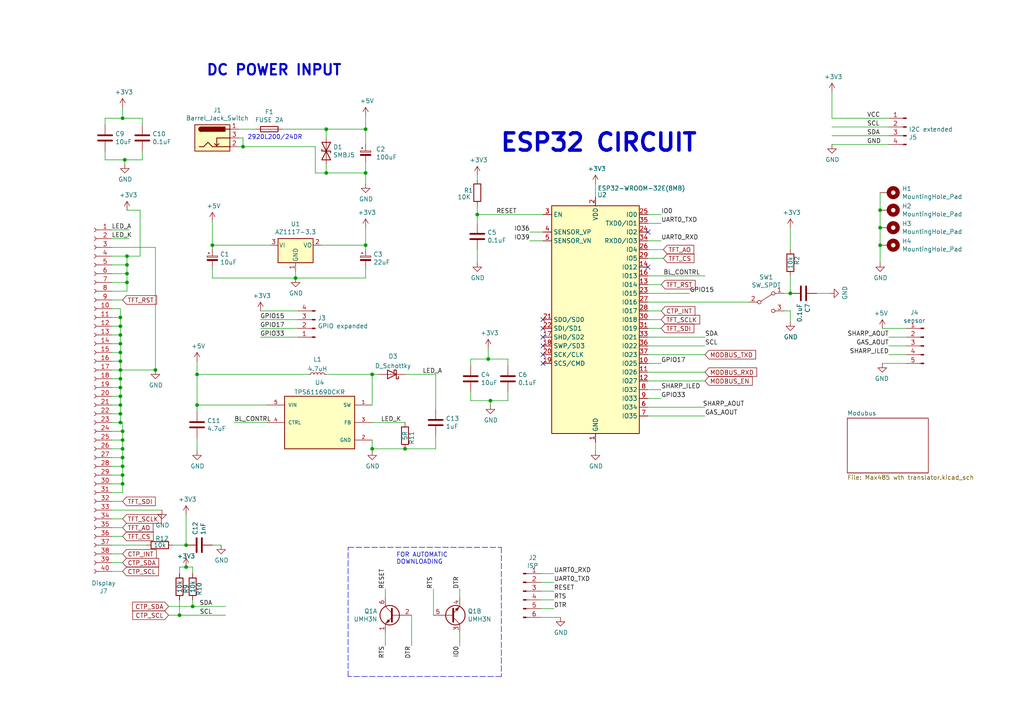
<source format=kicad_sch>
(kicad_sch (version 20211123) (generator eeschema)
  (paper "A4")
  (title_block (title "ESP32 Board") (date "2022-01-01") (rev "v1.0"))
  (lib_symbols
    (symbol "Connector:Barrel_Jack_Switch" (pin_names hide)
      (property "Reference" "J" (at 0 5.334 0))
      (property "Value" "Barrel_Jack_Switch" (at 0 -5.08 0))
      (symbol "Barrel_Jack_Switch_1_1"
        (pin passive line (at 7.62 2.54 180) (length 2.54) (name "~") (number "1"))
        (pin passive line (at 7.62 -2.54 180) (length 2.54) (name "~") (number "2"))
        (pin passive line (at 7.62 0 180) (length 2.54) (name "~") (number "3"))
      )
    )
    (symbol "Connector:Conn_01x04_Male" (pin_names (offset 1.016) hide)
      (property "Reference" "J" (at 0 5.08 0))
      (property "Value" "Conn_01x04_Male" (at 0 -7.62 0))
      (symbol "Conn_01x04_Male_1_1"
        (pin passive line (at 5.08 2.54 180) (length 3.81) (name "Pin_1") (number "1"))
        (pin passive line (at 5.08 0 180) (length 3.81) (name "Pin_2") (number "2"))
        (pin passive line (at 5.08 -2.54 180) (length 3.81) (name "Pin_3") (number "3"))
        (pin passive line (at 5.08 -5.08 180) (length 3.81) (name "Pin_4") (number "4"))
      )
    )
    (symbol "Connector:Conn_01x05_Male" (pin_names (offset 1.016) hide)
      (property "Reference" "J" (at 0 7.62 0))
      (property "Value" "Conn_01x05_Male" (at 0 -7.62 0))
      (symbol "Conn_01x05_Male_1_1"
        (pin passive line (at 5.08 5.08 180) (length 3.81) (name "Pin_1") (number "1"))
        (pin passive line (at 5.08 2.54 180) (length 3.81) (name "Pin_2") (number "2"))
        (pin passive line (at 5.08 0 180) (length 3.81) (name "Pin_3") (number "3"))
        (pin passive line (at 5.08 -2.54 180) (length 3.81) (name "Pin_4") (number "4"))
        (pin passive line (at 5.08 -5.08 180) (length 3.81) (name "Pin_5") (number "5"))
      )
    )
    (symbol "Connector:Conn_01x06_Male" (pin_names (offset 1.016) hide)
      (property "Reference" "J" (at 0 7.62 0))
      (property "Value" "Conn_01x06_Male" (at 0 -10.16 0))
      (symbol "Conn_01x06_Male_1_1"
        (pin passive line (at 5.08 5.08 180) (length 3.81) (name "Pin_1") (number "1"))
        (pin passive line (at 5.08 2.54 180) (length 3.81) (name "Pin_2") (number "2"))
        (pin passive line (at 5.08 0 180) (length 3.81) (name "Pin_3") (number "3"))
        (pin passive line (at 5.08 -2.54 180) (length 3.81) (name "Pin_4") (number "4"))
        (pin passive line (at 5.08 -5.08 180) (length 3.81) (name "Pin_5") (number "5"))
        (pin passive line (at 5.08 -7.62 180) (length 3.81) (name "Pin_6") (number "6"))
      )
    )
    (symbol "Connector:Conn_01x40_Female" (pin_names (offset 1.016) hide)
      (property "Reference" "J" (at 0 50.8 0))
      (property "Value" "Conn_01x40_Female" (at 0 -53.34 0))
      (symbol "Conn_01x40_Female_1_1"
        (pin passive line (at -5.08 48.26 0) (length 3.81) (name "Pin_1") (number "1"))
        (pin passive line (at -5.08 25.4 0) (length 3.81) (name "Pin_10") (number "10"))
        (pin passive line (at -5.08 22.86 0) (length 3.81) (name "Pin_11") (number "11"))
        (pin passive line (at -5.08 20.32 0) (length 3.81) (name "Pin_12") (number "12"))
        (pin passive line (at -5.08 17.78 0) (length 3.81) (name "Pin_13") (number "13"))
        (pin passive line (at -5.08 15.24 0) (length 3.81) (name "Pin_14") (number "14"))
        (pin passive line (at -5.08 12.7 0) (length 3.81) (name "Pin_15") (number "15"))
        (pin passive line (at -5.08 10.16 0) (length 3.81) (name "Pin_16") (number "16"))
        (pin passive line (at -5.08 7.62 0) (length 3.81) (name "Pin_17") (number "17"))
        (pin passive line (at -5.08 5.08 0) (length 3.81) (name "Pin_18") (number "18"))
        (pin passive line (at -5.08 2.54 0) (length 3.81) (name "Pin_19") (number "19"))
        (pin passive line (at -5.08 45.72 0) (length 3.81) (name "Pin_2") (number "2"))
        (pin passive line (at -5.08 0 0) (length 3.81) (name "Pin_20") (number "20"))
        (pin passive line (at -5.08 -2.54 0) (length 3.81) (name "Pin_21") (number "21"))
        (pin passive line (at -5.08 -5.08 0) (length 3.81) (name "Pin_22") (number "22"))
        (pin passive line (at -5.08 -7.62 0) (length 3.81) (name "Pin_23") (number "23"))
        (pin passive line (at -5.08 -10.16 0) (length 3.81) (name "Pin_24") (number "24"))
        (pin passive line (at -5.08 -12.7 0) (length 3.81) (name "Pin_25") (number "25"))
        (pin passive line (at -5.08 -15.24 0) (length 3.81) (name "Pin_26") (number "26"))
        (pin passive line (at -5.08 -17.78 0) (length 3.81) (name "Pin_27") (number "27"))
        (pin passive line (at -5.08 -20.32 0) (length 3.81) (name "Pin_28") (number "28"))
        (pin passive line (at -5.08 -22.86 0) (length 3.81) (name "Pin_29") (number "29"))
        (pin passive line (at -5.08 43.18 0) (length 3.81) (name "Pin_3") (number "3"))
        (pin passive line (at -5.08 -25.4 0) (length 3.81) (name "Pin_30") (number "30"))
        (pin passive line (at -5.08 -27.94 0) (length 3.81) (name "Pin_31") (number "31"))
        (pin passive line (at -5.08 -30.48 0) (length 3.81) (name "Pin_32") (number "32"))
        (pin passive line (at -5.08 -33.02 0) (length 3.81) (name "Pin_33") (number "33"))
        (pin passive line (at -5.08 -35.56 0) (length 3.81) (name "Pin_34") (number "34"))
        (pin passive line (at -5.08 -38.1 0) (length 3.81) (name "Pin_35") (number "35"))
        (pin passive line (at -5.08 -40.64 0) (length 3.81) (name "Pin_36") (number "36"))
        (pin passive line (at -5.08 -43.18 0) (length 3.81) (name "Pin_37") (number "37"))
        (pin passive line (at -5.08 -45.72 0) (length 3.81) (name "Pin_38") (number "38"))
        (pin passive line (at -5.08 -48.26 0) (length 3.81) (name "Pin_39") (number "39"))
        (pin passive line (at -5.08 40.64 0) (length 3.81) (name "Pin_4") (number "4"))
        (pin passive line (at -5.08 -50.8 0) (length 3.81) (name "Pin_40") (number "40"))
        (pin passive line (at -5.08 38.1 0) (length 3.81) (name "Pin_5") (number "5"))
        (pin passive line (at -5.08 35.56 0) (length 3.81) (name "Pin_6") (number "6"))
        (pin passive line (at -5.08 33.02 0) (length 3.81) (name "Pin_7") (number "7"))
        (pin passive line (at -5.08 30.48 0) (length 3.81) (name "Pin_8") (number "8"))
        (pin passive line (at -5.08 27.94 0) (length 3.81) (name "Pin_9") (number "9"))
      )
    )
    (symbol "Device:C" (pin_numbers hide) (pin_names (offset 0.254))
      (property "Reference" "C" (at 0.635 2.54 0))
      (property "Value" "C" (at 0.635 -2.54 0))
      (symbol "C_1_1"
        (pin passive line (at 0 3.81 270) (length 2.794) (name "~") (number "1"))
        (pin passive line (at 0 -3.81 90) (length 2.794) (name "~") (number "2"))
      )
    )
    (symbol "Device:C_Polarized_Small" (pin_numbers hide) (pin_names (offset 0.254) hide)
      (property "Reference" "C" (at 0.254 1.778 0))
      (property "Value" "C_Polarized_Small" (at 0.254 -2.032 0))
      (symbol "C_Polarized_Small_1_1"
        (pin passive line (at 0 2.54 270) (length 1.8542) (name "~") (number "1"))
        (pin passive line (at 0 -2.54 90) (length 1.8542) (name "~") (number "2"))
      )
    )
    (symbol "Device:D_Schottky" (pin_numbers hide) (pin_names (offset 1.016) hide)
      (property "Reference" "D" (at 0 2.54 0))
      (property "Value" "D_Schottky" (at 0 -2.54 0))
      (symbol "D_Schottky_1_1"
        (pin passive line (at -3.81 0 0) (length 2.54) (name "K") (number "1"))
        (pin passive line (at 3.81 0 180) (length 2.54) (name "A") (number "2"))
      )
    )
    (symbol "Device:D_TVS" (pin_numbers hide) (pin_names (offset 1.016) hide)
      (property "Reference" "D" (at 0 2.54 0))
      (property "Value" "D_TVS" (at 0 -2.54 0))
      (symbol "D_TVS_1_1"
        (pin passive line (at -3.81 0 0) (length 2.54) (name "A1") (number "1"))
        (pin passive line (at 3.81 0 180) (length 2.54) (name "A2") (number "2"))
      )
    )
    (symbol "Device:Fuse" (pin_numbers hide) (pin_names (offset 0))
      (property "Reference" "F" (at 2.032 0 90))
      (property "Value" "Fuse" (at -1.905 0 90))
      (symbol "Fuse_1_1"
        (pin passive line (at 0 3.81 270) (length 1.27) (name "~") (number "1"))
        (pin passive line (at 0 -3.81 90) (length 1.27) (name "~") (number "2"))
      )
    )
    (symbol "Device:L_Small" (pin_numbers hide) (pin_names (offset 0.254) hide)
      (property "Reference" "L" (at 0.762 1.016 0))
      (property "Value" "L_Small" (at 0.762 -1.016 0))
      (symbol "L_Small_1_1"
        (pin passive line (at 0 2.54 270) (length 0.508) (name "~") (number "1"))
        (pin passive line (at 0 -2.54 90) (length 0.508) (name "~") (number "2"))
      )
    )
    (symbol "Device:R" (pin_numbers hide) (pin_names (offset 0))
      (property "Reference" "R" (at 2.032 0 90))
      (property "Value" "R" (at 0 0 90))
      (symbol "R_1_1"
        (pin passive line (at 0 3.81 270) (length 1.27) (name "~") (number "1"))
        (pin passive line (at 0 -3.81 90) (length 1.27) (name "~") (number "2"))
      )
    )
    (symbol "Mechanical:MountingHole_Pad" (pin_numbers hide) (pin_names (offset 1.016) hide)
      (property "Reference" "H" (at 0 6.35 0))
      (property "Value" "MountingHole_Pad" (at 0 4.445 0))
      (symbol "MountingHole_Pad_1_1"
        (pin input line (at 0 -2.54 90) (length 2.54) (name "1") (number "1"))
      )
    )
    (symbol "RF_Module:ESP32-WROOM-32D"
      (property "Reference" "U" (at -12.7 34.29 0))
      (property "Value" "ESP32-WROOM-32D" (at 1.27 34.29 0))
      (symbol "ESP32-WROOM-32D_1_1"
        (pin power_in line (at 0 -35.56 90) (length 2.54) (name "GND") (number "1"))
        (pin bidirectional line (at 15.24 -12.7 180) (length 2.54) (name "IO25") (number "10"))
        (pin bidirectional line (at 15.24 -15.24 180) (length 2.54) (name "IO26") (number "11"))
        (pin bidirectional line (at 15.24 -17.78 180) (length 2.54) (name "IO27") (number "12"))
        (pin bidirectional line (at 15.24 10.16 180) (length 2.54) (name "IO14") (number "13"))
        (pin bidirectional line (at 15.24 15.24 180) (length 2.54) (name "IO12") (number "14"))
        (pin passive line (at 0 -35.56 90) (length 2.54) hide (name "GND") (number "15"))
        (pin bidirectional line (at 15.24 12.7 180) (length 2.54) (name "IO13") (number "16"))
        (pin bidirectional line (at -15.24 -5.08 0) (length 2.54) (name "SHD/SD2") (number "17"))
        (pin bidirectional line (at -15.24 -7.62 0) (length 2.54) (name "SWP/SD3") (number "18"))
        (pin bidirectional line (at -15.24 -12.7 0) (length 2.54) (name "SCS/CMD") (number "19"))
        (pin power_in line (at 0 35.56 270) (length 2.54) (name "VDD") (number "2"))
        (pin bidirectional line (at -15.24 -10.16 0) (length 2.54) (name "SCK/CLK") (number "20"))
        (pin bidirectional line (at -15.24 0 0) (length 2.54) (name "SDO/SD0") (number "21"))
        (pin bidirectional line (at -15.24 -2.54 0) (length 2.54) (name "SDI/SD1") (number "22"))
        (pin bidirectional line (at 15.24 7.62 180) (length 2.54) (name "IO15") (number "23"))
        (pin bidirectional line (at 15.24 25.4 180) (length 2.54) (name "IO2") (number "24"))
        (pin bidirectional line (at 15.24 30.48 180) (length 2.54) (name "IO0") (number "25"))
        (pin bidirectional line (at 15.24 20.32 180) (length 2.54) (name "IO4") (number "26"))
        (pin bidirectional line (at 15.24 5.08 180) (length 2.54) (name "IO16") (number "27"))
        (pin bidirectional line (at 15.24 2.54 180) (length 2.54) (name "IO17") (number "28"))
        (pin bidirectional line (at 15.24 17.78 180) (length 2.54) (name "IO5") (number "29"))
        (pin input line (at -15.24 30.48 0) (length 2.54) (name "EN") (number "3"))
        (pin bidirectional line (at 15.24 0 180) (length 2.54) (name "IO18") (number "30"))
        (pin bidirectional line (at 15.24 -2.54 180) (length 2.54) (name "IO19") (number "31"))
        (pin no_connect line (at -12.7 -27.94 0) (length 2.54) hide (name "NC") (number "32"))
        (pin bidirectional line (at 15.24 -5.08 180) (length 2.54) (name "IO21") (number "33"))
        (pin bidirectional line (at 15.24 22.86 180) (length 2.54) (name "RXD0/IO3") (number "34"))
        (pin bidirectional line (at 15.24 27.94 180) (length 2.54) (name "TXD0/IO1") (number "35"))
        (pin bidirectional line (at 15.24 -7.62 180) (length 2.54) (name "IO22") (number "36"))
        (pin bidirectional line (at 15.24 -10.16 180) (length 2.54) (name "IO23") (number "37"))
        (pin passive line (at 0 -35.56 90) (length 2.54) hide (name "GND") (number "38"))
        (pin passive line (at 0 -35.56 90) (length 2.54) hide (name "GND") (number "39"))
        (pin input line (at -15.24 25.4 0) (length 2.54) (name "SENSOR_VP") (number "4"))
        (pin input line (at -15.24 22.86 0) (length 2.54) (name "SENSOR_VN") (number "5"))
        (pin input line (at 15.24 -25.4 180) (length 2.54) (name "IO34") (number "6"))
        (pin input line (at 15.24 -27.94 180) (length 2.54) (name "IO35") (number "7"))
        (pin bidirectional line (at 15.24 -20.32 180) (length 2.54) (name "IO32") (number "8"))
        (pin bidirectional line (at 15.24 -22.86 180) (length 2.54) (name "IO33") (number "9"))
      )
    )
    (symbol "Regulator_Linear:AZ1117-3.3" (pin_names (offset 0.254))
      (property "Reference" "U" (at -3.81 3.175 0))
      (property "Value" "AZ1117-3.3" (at 0 3.175 0))
      (symbol "AZ1117-3.3_1_1"
        (pin power_in line (at 0 -7.62 90) (length 2.54) (name "GND") (number "1"))
        (pin power_out line (at 7.62 0 180) (length 2.54) (name "VO") (number "2"))
        (pin power_in line (at -7.62 0 0) (length 2.54) (name "VI") (number "3"))
      )
    )
    (symbol "Switch:SW_SPDT" (pin_names (offset 0) hide)
      (property "Reference" "SW" (at 0 4.318 0))
      (property "Value" "SW_SPDT" (at 0 -5.08 0))
      (symbol "SW_SPDT_1_1"
        (pin passive line (at 5.08 2.54 180) (length 2.54) (name "A") (number "1"))
        (pin passive line (at -5.08 0 0) (length 2.54) (name "B") (number "2"))
        (pin passive line (at 5.08 -2.54 180) (length 2.54) (name "C") (number "3"))
      )
    )
    (symbol "TPS61169DCKR:TPS61169DCKR" (pin_names (offset 1.016))
      (property "Reference" "U" (at -10.16 8.6106 0))
      (property "Value" "TPS61169DCKR" (at -10.16 -10.16 0))
      (symbol "TPS61169DCKR_0_0"
        (pin input line (at 15.24 5.08 180) (length 5.08) (name "SW") (number "1"))
        (pin power_in line (at 15.24 -5.08 180) (length 5.08) (name "GND") (number "2"))
        (pin input line (at 15.24 0 180) (length 5.08) (name "FB") (number "3"))
        (pin input line (at -15.24 0 0) (length 5.08) (name "CTRL") (number "4"))
        (pin input line (at -15.24 5.08 0) (length 5.08) (name "VIN") (number "5"))
      )
    )
    (symbol "Transistor_BJT:PMBT2222AYS" (pin_names (offset 0) hide)
      (property "Reference" "Q" (at 5.08 1.27 0))
      (property "Value" "PMBT2222AYS" (at 5.08 -1.27 0))
      (symbol "PMBT2222AYS_1_1"
        (pin passive line (at 2.54 -5.08 90) (length 2.54) (name "E1") (number "1"))
        (pin input line (at -5.08 0 0) (length 2.54) (name "B1") (number "2"))
        (pin passive line (at 2.54 5.08 270) (length 2.54) (name "C1") (number "6"))
      )
      (symbol "PMBT2222AYS_2_1"
        (pin passive line (at 2.54 5.08 270) (length 2.54) (name "C2") (number "3"))
        (pin passive line (at 2.54 -5.08 90) (length 2.54) (name "E2") (number "4"))
        (pin input line (at -5.08 0 0) (length 2.54) (name "B2") (number "5"))
      )
    )
    (symbol "power:+3.3V" (power) (pin_names (offset 0))
      (property "Value" "+3.3V" (at 0 3.556 0))
      (symbol "+3.3V_1_1"
        (pin power_in line (at 0 0 90) (length 0) hide (name "+3V3") (number "1"))
      )
    )
    (symbol "power:+5V" (power) (pin_names (offset 0))
      (property "Value" "+5V" (at 0 3.556 0))
      (symbol "+5V_1_1"
        (pin power_in line (at 0 0 90) (length 0) hide (name "+5V") (number "1"))
      )
    )
    (symbol "power:GND" (power) (pin_names (offset 0))
      (property "Value" "GND" (at 0 -3.81 0))
      (symbol "GND_1_1"
        (pin power_in line (at 0 0 270) (length 0) hide (name "GND") (number "1"))
      )
    )
  )
  (junction (at 34.925 114.935))
  (junction (at 35.56 127.635))
  (junction (at 94.615 50.165))
  (junction (at 36.83 76.835))
  (junction (at 229.235 85.09))
  (junction (at 53.975 158.115))
  (junction (at 36.195 46.355))
  (junction (at 34.925 109.855))
  (junction (at 53.975 164.465))
  (junction (at 138.43 62.23))
  (junction (at 107.95 108.585))
  (junction (at 34.925 120.015))
  (junction (at 57.15 117.475))
  (junction (at 106.045 50.165))
  (junction (at 141.605 104.14))
  (junction (at 35.56 135.255))
  (junction (at 255.27 71.12))
  (junction (at 35.56 140.335))
  (junction (at 34.925 112.395))
  (junction (at 36.83 79.375))
  (junction (at 85.725 80.645))
  (junction (at 142.24 116.205))
  (junction (at 55.88 175.895))
  (junction (at 57.15 108.585))
  (junction (at 35.56 130.175))
  (junction (at 34.925 107.315))
  (junction (at 106.045 37.465))
  (junction (at 36.83 74.295))
  (junction (at 34.925 99.695))
  (junction (at 34.925 97.155))
  (junction (at 255.27 60.96))
  (junction (at 35.56 34.29))
  (junction (at 52.07 178.435))
  (junction (at 94.615 37.465))
  (junction (at 107.95 130.175))
  (junction (at 45.085 107.315))
  (junction (at 34.925 94.615))
  (junction (at 35.56 125.095))
  (junction (at 61.595 71.12))
  (junction (at 70.485 42.545))
  (junction (at 255.27 66.04))
  (junction (at 34.925 104.775))
  (junction (at 117.475 130.175))
  (junction (at 34.925 92.075))
  (junction (at 34.925 117.475))
  (junction (at 106.045 71.12))
  (junction (at 35.56 137.795))
  (junction (at 36.83 81.915))
  (junction (at 34.925 102.235))
  (junction (at 35.56 132.715))
  (junction (at 34.925 122.555))
  (no_connect (at 157.48 100.33))
  (no_connect (at 157.48 95.25))
  (no_connect (at 187.96 67.31))
  (no_connect (at 157.48 97.79))
  (no_connect (at 157.48 102.87))
  (no_connect (at 157.48 92.71))
  (no_connect (at 157.48 105.41))
  (no_connect (at 187.96 77.47))
  (wire (pts (xy 187.96 74.93) (xy 192.405 74.93)))
  (wire (pts (xy 136.525 106.045) (xy 136.525 104.14)))
  (wire (pts (xy 34.925 107.315) (xy 34.925 109.855)))
  (wire (pts (xy 106.045 46.99) (xy 106.045 50.165)))
  (wire (pts (xy 91.44 42.545) (xy 91.44 50.165)))
  (wire (pts (xy 241.3 39.37) (xy 257.81 39.37)))
  (wire (pts (xy 45.085 107.315) (xy 34.925 107.315)))
  (wire (pts (xy 156.845 166.37) (xy 160.655 166.37)))
  (wire (pts (xy 187.96 120.65) (xy 204.47 120.65)))
  (wire (pts (xy 106.045 37.465) (xy 106.045 33.655)))
  (wire (pts (xy 61.595 77.47) (xy 61.595 80.645)))
  (wire (pts (xy 227.33 85.09) (xy 229.235 85.09)))
  (wire (pts (xy 35.56 132.715) (xy 35.56 130.175)))
  (wire (pts (xy 35.56 155.575) (xy 32.385 155.575)))
  (wire (pts (xy 61.595 158.115) (xy 64.135 158.115)))
  (wire (pts (xy 35.56 150.495) (xy 32.385 150.495)))
  (wire (pts (xy 106.045 71.12) (xy 106.045 66.04)))
  (wire (pts (xy 69.215 42.545) (xy 70.485 42.545)))
  (wire (pts (xy 107.95 117.475) (xy 107.95 108.585)))
  (wire (pts (xy 141.605 104.14) (xy 147.32 104.14)))
  (polyline (pts (xy 100.965 158.75) (xy 145.415 158.75)))
  (wire (pts (xy 85.725 80.645) (xy 85.725 78.74)))
  (wire (pts (xy 126.365 118.745) (xy 126.365 108.585)))
  (wire (pts (xy 241.3 34.29) (xy 257.81 34.29)))
  (wire (pts (xy 35.56 142.875) (xy 35.56 140.335)))
  (wire (pts (xy 35.56 137.795) (xy 35.56 135.255)))
  (wire (pts (xy 187.96 62.23) (xy 191.77 62.23)))
  (wire (pts (xy 32.385 130.175) (xy 35.56 130.175)))
  (wire (pts (xy 34.925 92.075) (xy 32.385 92.075)))
  (wire (pts (xy 35.56 34.29) (xy 41.275 34.29)))
  (wire (pts (xy 187.96 95.25) (xy 191.77 95.25)))
  (wire (pts (xy 34.925 97.155) (xy 32.385 97.155)))
  (wire (pts (xy 52.07 173.99) (xy 52.07 178.435)))
  (wire (pts (xy 32.385 140.335) (xy 35.56 140.335)))
  (wire (pts (xy 34.925 114.935) (xy 34.925 117.475)))
  (wire (pts (xy 35.56 160.655) (xy 32.385 160.655)))
  (wire (pts (xy 111.76 183.515) (xy 111.76 187.325)))
  (wire (pts (xy 125.73 178.435) (xy 125.73 170.815)))
  (wire (pts (xy 41.275 43.815) (xy 41.275 46.355)))
  (wire (pts (xy 35.56 127.635) (xy 35.56 125.095)))
  (wire (pts (xy 142.24 116.205) (xy 136.525 116.205)))
  (polyline (pts (xy 145.415 196.215) (xy 100.965 196.215)))
  (wire (pts (xy 55.88 164.465) (xy 55.88 166.37)))
  (wire (pts (xy 65.405 178.435) (xy 52.07 178.435)))
  (wire (pts (xy 160.655 173.99) (xy 156.845 173.99)))
  (wire (pts (xy 32.385 76.835) (xy 36.83 76.835)))
  (wire (pts (xy 119.38 178.435) (xy 119.38 187.325)))
  (wire (pts (xy 86.36 95.25) (xy 75.565 95.25)))
  (wire (pts (xy 32.385 107.315) (xy 34.925 107.315)))
  (wire (pts (xy 106.045 72.39) (xy 106.045 71.12)))
  (wire (pts (xy 30.48 46.355) (xy 30.48 43.815)))
  (wire (pts (xy 107.95 108.585) (xy 109.855 108.585)))
  (wire (pts (xy 187.96 82.55) (xy 191.77 82.55)))
  (wire (pts (xy 133.35 170.815) (xy 133.35 173.355)))
  (wire (pts (xy 106.045 37.465) (xy 106.045 41.91)))
  (wire (pts (xy 94.615 37.465) (xy 106.045 37.465)))
  (wire (pts (xy 57.15 117.475) (xy 57.15 119.38)))
  (wire (pts (xy 187.96 118.11) (xy 204.47 118.11)))
  (wire (pts (xy 35.56 135.255) (xy 35.56 132.715)))
  (wire (pts (xy 32.385 114.935) (xy 34.925 114.935)))
  (wire (pts (xy 32.385 99.695) (xy 34.925 99.695)))
  (wire (pts (xy 34.925 89.535) (xy 34.925 92.075)))
  (wire (pts (xy 147.32 104.14) (xy 147.32 106.045)))
  (wire (pts (xy 255.27 55.88) (xy 255.27 60.96)))
  (wire (pts (xy 34.925 92.075) (xy 34.925 94.615)))
  (wire (pts (xy 187.96 102.87) (xy 204.47 102.87)))
  (wire (pts (xy 240.665 85.09) (xy 236.855 85.09)))
  (wire (pts (xy 34.925 89.535) (xy 32.385 89.535)))
  (wire (pts (xy 32.385 117.475) (xy 34.925 117.475)))
  (wire (pts (xy 241.3 41.91) (xy 257.81 41.91)))
  (wire (pts (xy 57.15 108.585) (xy 57.15 104.775)))
  (wire (pts (xy 30.48 36.195) (xy 30.48 34.29)))
  (wire (pts (xy 255.27 71.12) (xy 255.27 76.2)))
  (wire (pts (xy 34.925 112.395) (xy 34.925 114.935)))
  (wire (pts (xy 255.905 105.41) (xy 262.89 105.41)))
  (wire (pts (xy 107.95 127.635) (xy 107.95 130.175)))
  (wire (pts (xy 156.845 171.45) (xy 160.655 171.45)))
  (wire (pts (xy 93.345 71.12) (xy 106.045 71.12)))
  (wire (pts (xy 70.485 42.545) (xy 91.44 42.545)))
  (wire (pts (xy 36.195 46.355) (xy 30.48 46.355)))
  (wire (pts (xy 86.36 92.71) (xy 75.565 92.71)))
  (wire (pts (xy 106.045 53.34) (xy 106.045 50.165)))
  (wire (pts (xy 32.385 74.295) (xy 36.83 74.295)))
  (wire (pts (xy 57.15 117.475) (xy 77.47 117.475)))
  (polyline (pts (xy 145.415 158.75) (xy 145.415 196.215)))
  (wire (pts (xy 61.595 64.135) (xy 61.595 71.12)))
  (wire (pts (xy 141.605 100.965) (xy 141.605 104.14)))
  (wire (pts (xy 191.77 105.41) (xy 187.96 105.41)))
  (wire (pts (xy 57.15 108.585) (xy 89.535 108.585)))
  (wire (pts (xy 34.925 117.475) (xy 34.925 120.015)))
  (wire (pts (xy 91.44 50.165) (xy 94.615 50.165)))
  (wire (pts (xy 136.525 104.14) (xy 141.605 104.14)))
  (wire (pts (xy 34.925 94.615) (xy 34.925 97.155)))
  (wire (pts (xy 157.48 62.23) (xy 138.43 62.23)))
  (wire (pts (xy 187.96 115.57) (xy 191.77 115.57)))
  (wire (pts (xy 36.195 47.625) (xy 36.195 46.355)))
  (wire (pts (xy 117.475 108.585) (xy 126.365 108.585)))
  (wire (pts (xy 187.96 69.85) (xy 191.77 69.85)))
  (wire (pts (xy 32.385 112.395) (xy 34.925 112.395)))
  (wire (pts (xy 136.525 116.205) (xy 136.525 113.665)))
  (wire (pts (xy 262.89 97.79) (xy 257.81 97.79)))
  (wire (pts (xy 187.96 80.01) (xy 204.47 80.01)))
  (wire (pts (xy 138.43 72.39) (xy 138.43 76.2)))
  (wire (pts (xy 138.43 62.23) (xy 138.43 64.77)))
  (wire (pts (xy 187.96 113.03) (xy 191.77 113.03)))
  (wire (pts (xy 34.925 122.555) (xy 35.56 122.555)))
  (wire (pts (xy 32.385 127.635) (xy 35.56 127.635)))
  (wire (pts (xy 36.83 84.455) (xy 36.83 81.915)))
  (wire (pts (xy 32.385 132.715) (xy 35.56 132.715)))
  (wire (pts (xy 187.96 107.95) (xy 204.47 107.95)))
  (wire (pts (xy 241.3 26.67) (xy 241.3 34.29)))
  (wire (pts (xy 32.385 71.755) (xy 45.085 71.755)))
  (wire (pts (xy 69.215 40.005) (xy 70.485 40.005)))
  (wire (pts (xy 32.385 81.915) (xy 36.83 81.915)))
  (wire (pts (xy 35.56 31.115) (xy 35.56 34.29)))
  (wire (pts (xy 94.615 50.165) (xy 106.045 50.165)))
  (wire (pts (xy 34.925 104.775) (xy 34.925 107.315)))
  (wire (pts (xy 48.895 175.895) (xy 55.88 175.895)))
  (wire (pts (xy 34.925 99.695) (xy 34.925 102.235)))
  (wire (pts (xy 61.595 71.12) (xy 78.105 71.12)))
  (wire (pts (xy 32.385 142.875) (xy 35.56 142.875)))
  (wire (pts (xy 94.615 47.625) (xy 94.615 50.165)))
  (wire (pts (xy 86.36 90.17) (xy 75.565 90.17)))
  (wire (pts (xy 187.96 85.09) (xy 200.025 85.09)))
  (wire (pts (xy 32.385 137.795) (xy 35.56 137.795)))
  (wire (pts (xy 34.925 120.015) (xy 34.925 122.555)))
  (wire (pts (xy 138.43 62.23) (xy 138.43 59.69)))
  (wire (pts (xy 187.96 92.71) (xy 191.77 92.71)))
  (wire (pts (xy 187.96 64.77) (xy 191.77 64.77)))
  (wire (pts (xy 229.235 85.09) (xy 229.235 80.01)))
  (wire (pts (xy 147.32 113.665) (xy 147.32 116.205)))
  (wire (pts (xy 187.96 90.17) (xy 191.77 90.17)))
  (wire (pts (xy 117.475 122.555) (xy 107.95 122.555)))
  (wire (pts (xy 81.915 37.465) (xy 94.615 37.465)))
  (polyline (pts (xy 100.965 196.215) (xy 100.965 158.75)))
  (wire (pts (xy 227.33 90.17) (xy 229.235 90.17)))
  (wire (pts (xy 34.925 122.555) (xy 32.385 122.555)))
  (wire (pts (xy 255.27 60.96) (xy 255.27 66.04)))
  (wire (pts (xy 35.56 86.995) (xy 32.385 86.995)))
  (wire (pts (xy 34.925 97.155) (xy 34.925 99.695)))
  (wire (pts (xy 157.48 67.31) (xy 153.67 67.31)))
  (wire (pts (xy 157.48 69.85) (xy 153.67 69.85)))
  (wire (pts (xy 35.56 125.095) (xy 32.385 125.095)))
  (wire (pts (xy 55.88 173.99) (xy 55.88 175.895)))
  (wire (pts (xy 156.845 168.91) (xy 160.655 168.91)))
  (wire (pts (xy 32.385 153.035) (xy 35.56 153.035)))
  (wire (pts (xy 32.385 102.235) (xy 34.925 102.235)))
  (wire (pts (xy 142.24 116.205) (xy 147.32 116.205)))
  (wire (pts (xy 35.56 140.335) (xy 35.56 137.795)))
  (wire (pts (xy 53.975 158.115) (xy 53.975 149.225)))
  (wire (pts (xy 187.96 87.63) (xy 217.17 87.63)))
  (wire (pts (xy 67.945 122.555) (xy 77.47 122.555)))
  (wire (pts (xy 111.76 173.355) (xy 111.76 170.815)))
  (wire (pts (xy 35.56 145.415) (xy 32.385 145.415)))
  (wire (pts (xy 57.15 127) (xy 57.15 130.81)))
  (wire (pts (xy 53.975 164.465) (xy 55.88 164.465)))
  (wire (pts (xy 241.3 36.83) (xy 257.81 36.83)))
  (wire (pts (xy 192.405 72.39) (xy 187.96 72.39)))
  (wire (pts (xy 36.83 76.835) (xy 36.83 74.295)))
  (wire (pts (xy 36.195 46.355) (xy 41.275 46.355)))
  (wire (pts (xy 32.385 104.775) (xy 34.925 104.775)))
  (wire (pts (xy 172.72 130.81) (xy 172.72 128.27)))
  (wire (pts (xy 106.045 77.47) (xy 106.045 80.645)))
  (wire (pts (xy 40.64 74.295) (xy 36.83 74.295)))
  (wire (pts (xy 52.07 164.465) (xy 53.975 164.465)))
  (wire (pts (xy 40.64 60.96) (xy 40.64 74.295)))
  (wire (pts (xy 35.56 122.555) (xy 35.56 125.095)))
  (wire (pts (xy 52.07 166.37) (xy 52.07 164.465)))
  (wire (pts (xy 142.24 117.475) (xy 142.24 116.205)))
  (wire (pts (xy 32.385 158.115) (xy 42.545 158.115)))
  (wire (pts (xy 41.275 34.29) (xy 41.275 36.195)))
  (wire (pts (xy 187.96 100.33) (xy 204.47 100.33)))
  (wire (pts (xy 229.235 72.39) (xy 229.235 66.04)))
  (wire (pts (xy 32.385 109.855) (xy 34.925 109.855)))
  (wire (pts (xy 86.36 97.79) (xy 75.565 97.79)))
  (wire (pts (xy 35.56 165.735) (xy 32.385 165.735)))
  (wire (pts (xy 32.385 163.195) (xy 35.56 163.195)))
  (wire (pts (xy 70.485 40.005) (xy 70.485 42.545)))
  (wire (pts (xy 35.56 135.255) (xy 32.385 135.255)))
  (wire (pts (xy 187.96 110.49) (xy 204.47 110.49)))
  (wire (pts (xy 262.89 102.87) (xy 257.81 102.87)))
  (wire (pts (xy 156.845 176.53) (xy 160.655 176.53)))
  (wire (pts (xy 69.215 37.465) (xy 74.295 37.465)))
  (wire (pts (xy 85.725 80.645) (xy 106.045 80.645)))
  (wire (pts (xy 94.615 108.585) (xy 107.95 108.585)))
  (wire (pts (xy 172.72 57.15) (xy 172.72 53.34)))
  (wire (pts (xy 36.83 79.375) (xy 36.83 81.915)))
  (wire (pts (xy 55.88 175.895) (xy 65.405 175.895)))
  (wire (pts (xy 107.95 130.175) (xy 107.95 130.81)))
  (wire (pts (xy 126.365 126.365) (xy 126.365 130.175)))
  (wire (pts (xy 34.925 120.015) (xy 32.385 120.015)))
  (wire (pts (xy 32.385 79.375) (xy 36.83 79.375)))
  (wire (pts (xy 45.085 71.755) (xy 45.085 107.315)))
  (wire (pts (xy 32.385 84.455) (xy 36.83 84.455)))
  (wire (pts (xy 32.385 94.615) (xy 34.925 94.615)))
  (wire (pts (xy 50.165 158.115) (xy 53.975 158.115)))
  (wire (pts (xy 36.83 76.835) (xy 36.83 79.375)))
  (wire (pts (xy 126.365 130.175) (xy 117.475 130.175)))
  (wire (pts (xy 32.385 147.955) (xy 46.99 147.955)))
  (wire (pts (xy 262.89 100.33) (xy 257.81 100.33)))
  (wire (pts (xy 156.845 179.07) (xy 162.56 179.07)))
  (wire (pts (xy 94.615 40.005) (xy 94.615 37.465)))
  (wire (pts (xy 255.905 95.25) (xy 262.89 95.25)))
  (wire (pts (xy 40.64 60.96) (xy 36.83 60.96)))
  (wire (pts (xy 32.385 66.675) (xy 37.465 66.675)))
  (wire (pts (xy 34.925 109.855) (xy 34.925 112.395)))
  (wire (pts (xy 138.43 50.8) (xy 138.43 52.07)))
  (wire (pts (xy 30.48 34.29) (xy 35.56 34.29)))
  (wire (pts (xy 32.385 69.215) (xy 37.465 69.215)))
  (wire (pts (xy 255.27 66.04) (xy 255.27 71.12)))
  (wire (pts (xy 35.56 130.175) (xy 35.56 127.635)))
  (wire (pts (xy 57.15 117.475) (xy 57.15 108.585)))
  (wire (pts (xy 229.235 90.17) (xy 229.235 93.345)))
  (wire (pts (xy 187.96 97.79) (xy 204.47 97.79)))
  (wire (pts (xy 34.925 102.235) (xy 34.925 104.775)))
  (wire (pts (xy 117.475 130.175) (xy 107.95 130.175)))
  (wire (pts (xy 52.07 178.435) (xy 48.895 178.435)))
  (wire (pts (xy 133.35 183.515) (xy 133.35 187.325)))
  (wire (pts (xy 61.595 72.39) (xy 61.595 71.12)))
  (wire (pts (xy 85.725 80.645) (xy 61.595 80.645)))
  (text "2920L200/24DR" (at 71.755 40.64 0) (effects (font (size 1.27 1.27)) (justify left bottom)))
  (text "FOR AUTOMATIC \nDOWNLOADING" (at 114.935 163.83 0) (effects (font (size 1.27 1.27)) (justify left bottom)))
  (text "DC POWER INPUT" (at 59.69 22.225 0) (effects (font (size 2.9972 2.9972) (thickness 0.5994) bold) (justify left bottom)))
  (text "ESP32 CIRCUIT" (at 144.78 44.45 0) (effects (font (size 5.0038 5.0038) (thickness 1.0008) bold) (justify left bottom)))
  (label "GPIO15" (at 82.55 92.71 180))
  (label "RESET" (at 149.86 62.23 180))
  (label "UART0_TXD" (at 160.655 168.91 0))
  (label "IO0" (at 191.77 62.23 0))
  (label "UART0_RXD" (at 160.655 166.37 0))
  (label "GPIO17" (at 82.55 95.25 180))
  (label "GPIO17" (at 191.77 105.41 0))
  (label "RTS" (at 111.76 187.325 270))
  (label "UART0_TXD" (at 191.77 64.77 0))
  (label "SCL" (at 251.46 36.83 0))
  (label "SCL" (at 204.47 100.33 0))
  (label "DTR" (at 160.655 176.53 0))
  (label "IO0" (at 133.35 187.325 270))
  (label "GPIO15" (at 200.025 85.09 0))
  (label "RESET" (at 160.655 171.45 0))
  (label "GAS_AOUT" (at 204.47 120.65 0))
  (label "GAS_AOUT" (at 257.81 100.33 180))
  (label "RTS" (at 160.655 173.99 0))
  (label "RTS" (at 125.73 170.815 90))
  (label "BL_CONTRL" (at 192.405 80.01 0))
  (label "SHARP_ILED" (at 257.81 102.87 180))
  (label "GND" (at 251.46 41.91 0))
  (label "UART0_RXD" (at 191.77 69.85 0))
  (label "LED_K" (at 32.385 69.215 0))
  (label "SHARP_AOUT" (at 203.835 118.11 0))
  (label "LED_A" (at 32.385 66.675 0))
  (label "SDA" (at 251.46 39.37 0))
  (label "IO36" (at 153.67 67.31 180))
  (label "SDA" (at 61.595 175.895 180))
  (label "GPIO33" (at 82.55 97.79 180))
  (label "SHARP_ILED" (at 191.77 113.03 0))
  (label "GPIO33" (at 191.77 115.57 0))
  (label "SDA" (at 204.47 97.79 0))
  (label "RESET" (at 111.76 170.815 90))
  (label "LED_A" (at 122.555 108.585 0))
  (label "VCC" (at 251.46 34.29 0))
  (label "IO39" (at 153.67 69.85 180))
  (label "LED_K" (at 110.49 122.555 0))
  (label "SHARP_AOUT" (at 257.81 97.79 180))
  (label "DTR" (at 119.38 187.325 270))
  (label "SCL" (at 61.595 178.435 180))
  (label "DTR" (at 133.35 170.815 90))
  (label "BL_CONTRL" (at 67.945 122.555 0))
  (global_label "TFT_SDI" (shape input) (at 191.77 95.25 0) (property "Intersheet References" "${INTERSHEET_REFS}" (effects hide)))
  (global_label "TFT_SDI" (shape input) (at 35.56 145.415 0) (property "Intersheet References" "${INTERSHEET_REFS}" (effects hide)))
  (global_label "CTP_SCL" (shape input) (at 48.895 178.435 180) (property "Intersheet References" "${INTERSHEET_REFS}" (effects hide)))
  (global_label "CTP_INT" (shape input) (at 35.56 160.655 0) (property "Intersheet References" "${INTERSHEET_REFS}" (effects hide)))
  (global_label "CTP_SDA" (shape input) (at 35.56 163.195 0) (property "Intersheet References" "${INTERSHEET_REFS}" (effects hide)))
  (global_label "CTP_SDA" (shape input) (at 48.895 175.895 180) (property "Intersheet References" "${INTERSHEET_REFS}" (effects hide)))
  (global_label "CTP_INT" (shape input) (at 191.77 90.17 0) (property "Intersheet References" "${INTERSHEET_REFS}" (effects hide)))
  (global_label "TFT_CS" (shape input) (at 35.56 155.575 0) (property "Intersheet References" "${INTERSHEET_REFS}" (effects hide)))
  (global_label "TFT_AO" (shape input) (at 35.56 153.035 0) (property "Intersheet References" "${INTERSHEET_REFS}" (effects hide)))
  (global_label "MODBUS_EN" (shape input) (at 204.47 110.49 0) (property "Intersheet References" "${INTERSHEET_REFS}" (effects hide)))
  (global_label "TFT_SCLK" (shape input) (at 191.77 92.71 0) (property "Intersheet References" "${INTERSHEET_REFS}" (effects hide)))
  (global_label "TFT_AO" (shape input) (at 192.405 72.39 0) (property "Intersheet References" "${INTERSHEET_REFS}" (effects hide)))
  (global_label "TFT_RST" (shape input) (at 191.77 82.55 0) (property "Intersheet References" "${INTERSHEET_REFS}" (effects hide)))
  (global_label "TFT_CS" (shape input) (at 192.405 74.93 0) (property "Intersheet References" "${INTERSHEET_REFS}" (effects hide)))
  (global_label "MODBUS_RXD" (shape input) (at 204.47 107.95 0) (property "Intersheet References" "${INTERSHEET_REFS}" (effects hide)))
  (global_label "TFT_SCLK" (shape input) (at 35.56 150.495 0) (property "Intersheet References" "${INTERSHEET_REFS}" (effects hide)))
  (global_label "TFT_RST" (shape input) (at 35.56 86.995 0) (property "Intersheet References" "${INTERSHEET_REFS}" (effects hide)))
  (global_label "MODBUS_TXD" (shape input) (at 204.47 102.87 0) (property "Intersheet References" "${INTERSHEET_REFS}" (effects hide)))
  (global_label "CTP_SCL" (shape input) (at 35.56 165.735 0) (property "Intersheet References" "${INTERSHEET_REFS}" (effects hide)))
  (symbol (lib_id "RF_Module:ESP32-WROOM-32D") (at 172.72 92.71 0) (unit 1)
    (property "Reference" "U2" (at 174.625 56.515 0))
    (property "Value" "ESP32-WROOM-32E(8MB)" (at 186.055 54.61 0))
    (property "Footprint" "RF_Module:ESP32-WROOM-32" (effects hide))
    (property "Datasheet" "https://www.espressif.com/sites/default/files/documentation/esp32-wroom-32d_esp32-wroom-32u_datasheet_en.pdf" (effects hide))
    (property "MPN" "ESP32-WROOM-32" (effects hide))
  )
  (symbol (lib_id "power:+3.3V") (at 172.72 53.34 0) (unit 1)
    (property "Reference" "#PWR011" (effects hide))
    (property "Value" "+3.3V" (at 173.101 48.9458 0))
  )
  (symbol (lib_id "Transistor_BJT:PMBT2222AYS") (at 114.3 178.435 0) (mirror y) (unit 1)
    (property "Reference" "Q1" (at 109.4486 177.2666 0) (effects (justify left)))
    (property "Value" "UMH3N" (at 109.4486 179.578 0) (effects (justify left)))
    (property "Footprint" "Package_TO_SOT_SMD:SOT-363_SC-70-6" (effects hide))
    (property "Datasheet" "https://assets.nexperia.com/documents/data-sheet/PMBT2222AYS.pdf" (effects hide))
  )
  (symbol (lib_id "Transistor_BJT:PMBT2222AYS") (at 130.81 178.435 0) (mirror x) (unit 2)
    (property "Reference" "Q1" (at 135.636 177.2666 0) (effects (justify left)))
    (property "Value" "UMH3N" (at 135.636 179.578 0) (effects (justify left)))
    (property "Footprint" "Package_TO_SOT_SMD:SOT-363_SC-70-6" (effects hide))
    (property "Datasheet" "https://assets.nexperia.com/documents/data-sheet/PMBT2222AYS.pdf" (effects hide))
  )
  (symbol (lib_id "Device:R") (at 138.43 55.88 0) (unit 1)
    (property "Reference" "R1" (at 135.89 55.245 0))
    (property "Value" "10K" (at 134.62 57.15 0))
    (property "Footprint" "Resistor_SMD:R_0402_1005Metric_Pad0.72x0.64mm_HandSolder" (effects hide))
  )
  (symbol (lib_id "power:+3.3V") (at 138.43 50.8 0) (unit 1)
    (property "Reference" "#PWR07" (effects hide))
    (property "Value" "+3.3V" (at 138.811 46.4058 0))
  )
  (symbol (lib_id "Device:C") (at 138.43 68.58 0) (unit 1)
    (property "Reference" "C5" (at 141.351 67.4116 0) (effects (justify left)))
    (property "Value" "0.1uF" (at 141.351 69.723 0) (effects (justify left)))
    (property "Footprint" "Capacitor_SMD:C_0402_1005Metric_Pad0.74x0.62mm_HandSolder" (effects hide))
  )
  (symbol (lib_id "power:GND") (at 138.43 76.2 0) (unit 1)
    (property "Reference" "#PWR08" (effects hide))
    (property "Value" "GND" (at 138.557 80.5942 0))
  )
  (symbol (lib_id "Device:C") (at 147.32 109.855 0) (unit 1)
    (property "Reference" "C6" (at 150.241 108.6866 0) (effects (justify left)))
    (property "Value" "0.1uF" (at 150.241 110.998 0) (effects (justify left)))
    (property "Footprint" "Capacitor_SMD:C_0402_1005Metric_Pad0.74x0.62mm_HandSolder" (effects hide))
  )
  (symbol (lib_id "power:+3.3V") (at 141.605 100.965 0) (unit 1)
    (property "Reference" "#PWR09" (effects hide))
    (property "Value" "+3.3V" (at 141.986 96.5708 0))
  )
  (symbol (lib_id "power:GND") (at 142.24 117.475 0) (unit 1)
    (property "Reference" "#PWR010" (effects hide))
    (property "Value" "GND" (at 142.367 121.8692 0))
  )
  (symbol (lib_id "power:GND") (at 172.72 130.81 0) (unit 1)
    (property "Reference" "#PWR012" (effects hide))
    (property "Value" "GND" (at 172.847 135.2042 0))
  )
  (symbol (lib_id "Device:C") (at 136.525 109.855 0) (unit 1)
    (property "Reference" "C4" (at 139.446 108.6866 0) (effects (justify left)))
    (property "Value" "10uF" (at 139.446 110.998 0) (effects (justify left)))
    (property "Footprint" "Capacitor_SMD:C_0402_1005Metric_Pad0.74x0.62mm_HandSolder" (effects hide))
  )
  (symbol (lib_id "Device:Fuse") (at 78.105 37.465 270) (mirror x) (unit 1)
    (property "Reference" "F1" (at 78.105 32.4612 90))
    (property "Value" "FUSE 2A" (at 78.105 34.7726 90))
    (property "Footprint" "Fuse:Fuse_1206_3216Metric" (effects hide))
  )
  (symbol (lib_id "Device:C_Polarized_Small") (at 106.045 44.45 0) (unit 1)
    (property "Reference" "C2" (at 109.0422 43.2816 0) (effects (justify left)))
    (property "Value" "100uF" (at 109.0422 45.593 0) (effects (justify left)))
    (property "Footprint" "Capacitor_SMD:CP_Elec_6.3x5.4" (effects hide))
  )
  (symbol (lib_id "power:GND") (at 106.045 53.34 0) (unit 1)
    (property "Reference" "#PWR05" (effects hide))
    (property "Value" "GND" (at 106.172 57.7342 0))
  )
  (symbol (lib_id "power:+5V") (at 106.045 33.655 0) (unit 1)
    (property "Reference" "#PWR04" (effects hide))
    (property "Value" "+5V" (at 106.426 29.2608 0))
  )
  (symbol (lib_id "Device:D_TVS") (at 94.615 43.815 270) (unit 1)
    (property "Reference" "D1" (at 96.6216 42.6466 90) (effects (justify left)))
    (property "Value" "SMBJ5" (at 96.6216 44.958 90) (effects (justify left)))
    (property "Footprint" "Diode_SMD:D_SMB" (effects hide))
  )
  (symbol (lib_id "power:+5V") (at 255.905 95.25 0) (mirror y) (unit 1)
    (property "Reference" "#PWR020" (effects hide))
    (property "Value" "+5V" (at 255.524 90.8558 0))
  )
  (symbol (lib_id "power:GND") (at 255.905 105.41 0) (mirror y) (unit 1)
    (property "Reference" "#PWR021" (effects hide))
    (property "Value" "GND" (at 255.778 109.8042 0))
  )
  (symbol (lib_id "power:+3.3V") (at 106.045 66.04 0) (unit 1)
    (property "Reference" "#PWR03" (effects hide))
    (property "Value" "+3.3V" (at 106.426 61.6458 0))
  )
  (symbol (lib_id "power:+5V") (at 61.595 64.135 0) (unit 1)
    (property "Reference" "#PWR01" (effects hide))
    (property "Value" "+5V" (at 61.976 59.7408 0))
  )
  (symbol (lib_id "power:GND") (at 162.56 179.07 0) (unit 1)
    (property "Reference" "#PWR06" (effects hide))
    (property "Value" "GND" (at 162.687 183.4642 0))
  )
  (symbol (lib_id "Regulator_Linear:AZ1117-3.3") (at 85.725 71.12 0) (unit 1)
    (property "Reference" "U1" (at 85.725 64.9732 0))
    (property "Value" "AZ1117-3.3" (at 85.725 67.2846 0))
    (property "Footprint" "Package_TO_SOT_SMD:SOT-223-3_TabPin2" (effects hide))
    (property "Datasheet" "https://www.diodes.com/assets/Datasheets/AZ1117.pdf" (effects hide))
    (property "MPN" "AZ1117-3.3" (effects hide))
  )
  (symbol (lib_id "Device:R") (at 229.235 76.2 0) (mirror y) (unit 1)
    (property "Reference" "R2" (at 231.14 75.565 90))
    (property "Value" "10k" (at 229.235 76.2 90))
    (property "Footprint" "Resistor_SMD:R_0402_1005Metric_Pad0.72x0.64mm_HandSolder" (effects hide))
  )
  (symbol (lib_id "power:+3.3V") (at 229.235 66.04 0) (unit 1)
    (property "Reference" "#PWR013" (effects hide))
    (property "Value" "+3.3V" (at 229.616 61.6458 0))
  )
  (symbol (lib_id "Connector:Conn_01x04_Male") (at 262.89 36.83 0) (mirror y) (unit 1)
    (property "Reference" "J5" (at 263.6012 39.8272 0) (effects (justify right)))
    (property "Value" "I2C extended" (at 263.6012 37.5158 0) (effects (justify right)))
    (property "Footprint" "SnapEDA Library:JST_SM04B-SRSS-TB(LF)(SN)" (effects hide))
    (property "MPN" "JST_SM04B-SRSS-TB(LF)(SN)" (effects hide))
  )
  (symbol (lib_id "power:GND") (at 229.235 93.345 0) (unit 1)
    (property "Reference" "#PWR014" (effects hide))
    (property "Value" "GND" (at 229.362 97.7392 0))
  )
  (symbol (lib_id "Device:C") (at 233.045 85.09 270) (unit 1)
    (property "Reference" "C7" (at 234.2134 88.011 0) (effects (justify left)))
    (property "Value" "0.1uF" (at 231.902 88.011 0) (effects (justify left)))
    (property "Footprint" "Capacitor_SMD:C_0402_1005Metric_Pad0.74x0.62mm_HandSolder" (effects hide))
  )
  (symbol (lib_id "power:GND") (at 240.665 85.09 90) (unit 1)
    (property "Reference" "#PWR015" (effects hide))
    (property "Value" "GND" (at 245.0592 84.963 0))
  )
  (symbol (lib_id "Mechanical:MountingHole_Pad") (at 257.81 55.88 270) (unit 1)
    (property "Reference" "H1" (at 261.62 54.7116 90) (effects (justify left)))
    (property "Value" "MountingHole_Pad" (at 261.62 57.023 90) (effects (justify left)))
    (property "Footprint" "MountingHole:MountingHole_4.3mm_M4_Pad_Via" (effects hide))
  )
  (symbol (lib_id "Mechanical:MountingHole_Pad") (at 257.81 60.96 270) (unit 1)
    (property "Reference" "H2" (at 261.62 59.7916 90) (effects (justify left)))
    (property "Value" "MountingHole_Pad" (at 261.62 62.103 90) (effects (justify left)))
    (property "Footprint" "MountingHole:MountingHole_4.3mm_M4_Pad_Via" (effects hide))
  )
  (symbol (lib_id "Mechanical:MountingHole_Pad") (at 257.81 66.04 270) (unit 1)
    (property "Reference" "H3" (at 261.62 64.8716 90) (effects (justify left)))
    (property "Value" "MountingHole_Pad" (at 261.62 67.183 90) (effects (justify left)))
    (property "Footprint" "MountingHole:MountingHole_4.3mm_M4_Pad_Via" (effects hide))
  )
  (symbol (lib_id "Mechanical:MountingHole_Pad") (at 257.81 71.12 270) (unit 1)
    (property "Reference" "H4" (at 261.62 69.9516 90) (effects (justify left)))
    (property "Value" "MountingHole_Pad" (at 261.62 72.263 90) (effects (justify left)))
    (property "Footprint" "MountingHole:MountingHole_4.3mm_M4_Pad_Via" (effects hide))
  )
  (symbol (lib_id "Connector:Conn_01x04_Male") (at 91.44 95.25 180) (unit 1)
    (property "Reference" "J3" (at 92.1512 92.2528 0) (effects (justify right)))
    (property "Value" "GPIO expanded" (at 92.1512 94.5642 0) (effects (justify right)))
    (property "Footprint" "SnapEDA Library:JST_SM04B-SRSS-TB(LF)(SN)" (effects hide))
    (property "MPN" "JST_SM04B-SRSS-TB(LF)(SN)" (effects hide))
  )
  (symbol (lib_id "power:GND") (at 241.3 41.91 0) (unit 1)
    (property "Reference" "#PWR017" (effects hide))
    (property "Value" "GND" (at 241.427 46.3042 0))
  )
  (symbol (lib_id "power:GND") (at 255.27 76.2 0) (unit 1)
    (property "Reference" "#PWR019" (effects hide))
    (property "Value" "GND" (at 255.397 80.5942 0))
  )
  (symbol (lib_id "power:+3.3V") (at 241.3 26.67 0) (unit 1)
    (property "Reference" "#PWR016" (effects hide))
    (property "Value" "+3.3V" (at 241.681 22.2758 0))
  )
  (symbol (lib_id "Switch:SW_SPDT") (at 222.25 87.63 0) (unit 1)
    (property "Reference" "SW1" (at 222.25 80.391 0))
    (property "Value" "SW_SPDT" (at 222.25 82.7024 0))
    (property "Footprint" "Button_Switch_THT:SW_Slide_1P2T_CK_OS102011MS2Q" (effects hide))
  )
  (symbol (lib_id "power:GND") (at 85.725 80.645 0) (unit 1)
    (property "Reference" "#PWR02" (effects hide))
    (property "Value" "GND" (at 85.852 85.0392 0))
  )
  (symbol (lib_id "Device:C_Polarized_Small") (at 61.595 74.93 0) (unit 1)
    (property "Reference" "C1" (at 63.8302 73.7616 0) (effects (justify left)))
    (property "Value" "10uF" (at 63.8302 76.073 0) (effects (justify left)))
    (property "Footprint" "Capacitor_SMD:CP_Elec_3x5.4" (effects hide))
  )
  (symbol (lib_id "Device:C_Polarized_Small") (at 106.045 74.93 0) (unit 1)
    (property "Reference" "C3" (at 108.2802 73.7616 0) (effects (justify left)))
    (property "Value" "22uF" (at 108.2802 76.073 0) (effects (justify left)))
    (property "Footprint" "Capacitor_SMD:CP_Elec_5x5.4" (effects hide))
  )
  (symbol (lib_id "Connector:Conn_01x06_Male") (at 151.765 171.45 0) (unit 1)
    (property "Reference" "J2" (at 154.5082 161.7726 0))
    (property "Value" "ISP" (at 154.5082 164.084 0))
    (property "Footprint" "Connector_PinHeader_2.54mm:PinHeader_1x06_P2.54mm_Vertical" (effects hide))
  )
  (symbol (lib_id "Connector:Conn_01x05_Male") (at 267.97 100.33 0) (mirror y) (unit 1)
    (property "Reference" "J4" (at 265.2268 90.6526 0))
    (property "Value" "sensor" (at 265.2268 92.964 0))
    (property "Footprint" "connector:JST_SM05B-SRSS-TB(LF)(SN)" (effects hide))
    (property "MPN" "JST_SM05B-SRSS-TB(LF)(SN)" (effects hide))
  )
  (symbol (lib_id "Connector:Conn_01x40_Female") (at 27.305 114.935 0) (mirror y) (unit 1)
    (property "Reference" "J7" (at 30.0482 171.45 0))
    (property "Value" "Display" (at 30.0482 169.1386 0))
    (property "Footprint" "Connector_FFC-FPC:Hirose_FH12-40S-0.5SH_1x40-1MP_P0.50mm_Horizontal" (effects hide))
    (property "Datasheet" "FH12-40S-0.5SH" (effects hide))
  )
  (symbol (lib_id "power:+3.3V") (at 36.83 60.96 0) (unit 1)
    (property "Reference" "#PWR0101" (effects hide))
    (property "Value" "+3.3V" (at 37.211 56.5658 0))
  )
  (symbol (lib_id "power:GND") (at 45.085 107.315 0) (unit 1)
    (property "Reference" "#PWR0102" (effects hide))
    (property "Value" "GND" (at 45.212 111.7092 0))
  )
  (symbol (lib_id "Device:C") (at 41.275 40.005 0) (unit 1)
    (property "Reference" "C10" (at 44.196 38.8366 0) (effects (justify left)))
    (property "Value" "0.1uF" (at 44.196 41.148 0) (effects (justify left)))
    (property "Footprint" "Capacitor_SMD:C_0402_1005Metric_Pad0.74x0.62mm_HandSolder" (effects hide))
  )
  (symbol (lib_id "power:+3.3V") (at 35.56 31.115 0) (unit 1)
    (property "Reference" "#PWR0103" (effects hide))
    (property "Value" "+3.3V" (at 35.941 26.7208 0))
  )
  (symbol (lib_id "power:GND") (at 36.195 47.625 0) (unit 1)
    (property "Reference" "#PWR0104" (effects hide))
    (property "Value" "GND" (at 36.322 52.0192 0))
  )
  (symbol (lib_id "Device:C") (at 30.48 40.005 0) (unit 1)
    (property "Reference" "C9" (at 33.401 38.8366 0) (effects (justify left)))
    (property "Value" "10uF" (at 33.401 41.148 0) (effects (justify left)))
    (property "Footprint" "Capacitor_SMD:C_0402_1005Metric_Pad0.74x0.62mm_HandSolder" (effects hide))
  )
  (symbol (lib_id "power:GND") (at 46.99 147.955 0) (unit 1)
    (property "Reference" "#PWR0105" (effects hide))
    (property "Value" "GND" (at 47.117 152.3492 0))
  )
  (symbol (lib_id "power:+3.3V") (at 53.975 149.225 0) (unit 1)
    (property "Reference" "#PWR0106" (effects hide))
    (property "Value" "+3.3V" (at 54.356 144.8308 0))
  )
  (symbol (lib_id "Device:R") (at 52.07 170.18 180) (unit 1)
    (property "Reference" "R9" (at 53.975 170.815 90))
    (property "Value" "10k" (at 52.07 170.18 90))
    (property "Footprint" "Resistor_SMD:R_0402_1005Metric_Pad0.72x0.64mm_HandSolder" (effects hide))
  )
  (symbol (lib_id "Device:R") (at 55.88 170.18 180) (unit 1)
    (property "Reference" "R10" (at 57.785 170.815 90))
    (property "Value" "10k" (at 55.88 170.18 90))
    (property "Footprint" "Resistor_SMD:R_0402_1005Metric_Pad0.72x0.64mm_HandSolder" (effects hide))
  )
  (symbol (lib_id "power:+3.3V") (at 53.975 164.465 0) (mirror y) (unit 1)
    (property "Reference" "#PWR0107" (effects hide))
    (property "Value" "+3.3V" (at 53.975 161.29 0))
  )
  (symbol (lib_id "Connector:Barrel_Jack_Switch") (at 61.595 40.005 0) (unit 1)
    (property "Reference" "J1" (at 63.0428 31.9532 0))
    (property "Value" "Barrel_Jack_Switch" (at 63.0428 34.2646 0))
    (property "Footprint" "Connector_BarrelJack:BarrelJack_CLIFF_FC681465S_SMT_Horizontal" (effects hide))
  )
  (symbol (lib_id "Device:C") (at 57.15 123.19 0) (unit 1)
    (property "Reference" "C11" (at 60.071 122.0216 0) (effects (justify left)))
    (property "Value" "4.7uF" (at 60.071 124.333 0) (effects (justify left)))
    (property "Footprint" "Capacitor_SMD:C_0402_1005Metric" (effects hide))
    (property "Datasheet" "https://www.yuden.co.jp/productdata/catalog/mlcc06_e.pdf" (effects hide))
    (property "MPN" "C1005X5R1A475K050BC" (effects hide))
    (property "Manufacturer" "TDK Corporation" (effects hide))
  )
  (symbol (lib_id "power:GND") (at 64.135 158.115 0) (unit 1)
    (property "Reference" "#PWR0108" (effects hide))
    (property "Value" "GND" (at 64.262 162.5092 0))
  )
  (symbol (lib_id "Device:R") (at 46.355 158.115 270) (unit 1)
    (property "Reference" "R12" (at 46.99 156.21 90))
    (property "Value" "10k" (at 46.355 158.115 90))
    (property "Footprint" "Resistor_SMD:R_0402_1005Metric_Pad0.72x0.64mm_HandSolder" (effects hide))
  )
  (symbol (lib_id "Device:L_Small") (at 92.075 108.585 90) (unit 1)
    (property "Reference" "L1" (at 92.075 104.2375 90))
    (property "Value" "4.7uH" (at 92.075 107.0126 90))
    (property "Footprint" "Inductor_SMD:L_1008_2520Metric" (effects hide))
    (property "MPN" "NRS4018T100MDGJ" (effects hide))
    (property "Manufacturer" "Taiyo Yuden" (effects hide))
  )
  (symbol (lib_id "power:+3.3V") (at 75.565 90.17 0) (unit 1)
    (property "Reference" "#PWR033" (effects hide))
    (property "Value" "+3.3V" (at 75.946 85.7758 0))
  )
  (symbol (lib_id "Device:C") (at 57.785 158.115 90) (unit 1)
    (property "Reference" "C12" (at 56.6166 155.194 0) (effects (justify left)))
    (property "Value" "1nF" (at 58.928 155.194 0) (effects (justify left)))
    (property "Footprint" "Capacitor_SMD:C_0402_1005Metric" (effects hide))
    (property "MPN" "0402ZC102KAT2A" (effects hide))
    (property "Manufacturer" "KEMET" (effects hide))
  )
  (symbol (lib_id "power:GND") (at 107.95 130.81 0) (unit 1)
    (property "Reference" "#PWR032" (effects hide))
    (property "Value" "GND" (at 108.077 135.2042 0))
  )
  (symbol (lib_id "power:+5V") (at 57.15 104.775 0) (unit 1)
    (property "Reference" "#PWR018" (effects hide))
    (property "Value" "+5V" (at 57.531 100.3808 0))
  )
  (symbol (lib_id "Device:C") (at 126.365 122.555 0) (unit 1)
    (property "Reference" "C13" (at 129.286 121.3866 0) (effects (justify left)))
    (property "Value" "1uF" (at 129.286 123.698 0) (effects (justify left)))
    (property "Footprint" "Capacitor_SMD:C_0402_1005Metric" (effects hide))
    (property "MPN" "C1005X6S1A105K050BC" (effects hide))
    (property "Manufacturer" "TDK Corporation" (effects hide))
  )
  (symbol (lib_id "TPS61169DCKR:TPS61169DCKR") (at 92.71 122.555 0) (unit 1)
    (property "Reference" "U4" (at 92.71 110.9685 0))
    (property "Value" "TPS61169DCKR" (at 92.71 113.7436 0))
    (property "Footprint" "Package_TO_SOT_SMD:SOT-353_SC-70-5" (effects hide))
    (property "Datasheet" "https://www.ti.com/general/docs/suppproductinfo.tsp?distId=10&gotoUrl=http%3A%2F%2Fwww.ti.com%2Flit%2Fgpn%2Ftps61169" (effects hide))
    (property "STANDARD" "IPC-7351B" (effects hide))
    (property "PARTREV" "A" (effects hide))
    (property "MPN" "TPS61169DCKR" (effects hide))
    (property "Manufacturer" "Texas Instruments" (effects hide))
  )
  (symbol (lib_id "power:GND") (at 57.15 130.81 0) (unit 1)
    (property "Reference" "#PWR031" (effects hide))
    (property "Value" "GND" (at 57.277 135.2042 0))
  )
  (symbol (lib_id "Device:R") (at 117.475 126.365 180) (unit 1)
    (property "Reference" "R11" (at 119.38 127 90))
    (property "Value" "5R" (at 117.475 126.365 90))
    (property "Footprint" "Resistor_SMD:R_0402_1005Metric_Pad0.72x0.64mm_HandSolder" (effects hide))
  )
  (symbol (lib_id "Device:D_Schottky") (at 113.665 108.585 180) (unit 1)
    (property "Reference" "D3" (at 113.9825 103.3485 0))
    (property "Value" "D_Schottky" (at 113.9825 106.1236 0))
    (property "Footprint" "Diode_SMD:D_SOD-123F" (effects hide))
    (property "MPN" "RB160MM-90TR" (effects hide))
    (property "Manufacturer" "Rohm Semiconductor" (effects hide))
  )
  (sheet (at 245.745 121.285) (size 23.495 15.875)
    (property "Sheet name" "Modubus" (at 245.745 120.5734 0) (effects (justify left bottom)))
    (property "Sheet file" "Max485 wth translator.kicad_sch" (at 245.745 137.7446 0) (effects (justify left top)))
  )
)
</source>
